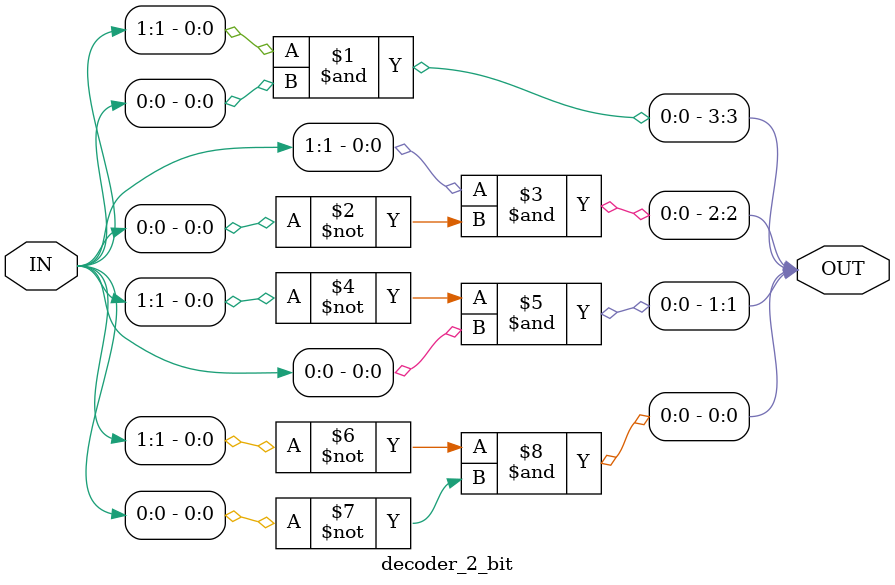
<source format=v>
`timescale 1ns/1ps

module TopLevel;
  reg [1:0] IN;
  wire [3:0] OUT;
  decoder_2_bit decoder(IN,OUT);
  
  initial begin
    IN = 2'b00; #50
    $display("IN = %b, OUT = %b \n",IN,OUT);
    IN = 2'b01; #50
    $display("IN = %b, OUT = %b \n",IN,OUT);
    IN = 2'b10; #50
    $display("IN = %b, OUT = %b \n",IN,OUT);
    IN = 2'b11; #50
    $finish;
  end
endmodule

module decoder_2_bit(IN,OUT);
  input [1:0] IN;
  output [3:0] OUT; wire [3:0] OUT;
  
  assign OUT[3] = IN[1] & IN[0];
  assign OUT[2] = IN[1] & ~IN[0];
  assign OUT[1] = ~IN[1] & IN[0];
  assign OUT[0] = ~IN[1] & ~IN[0];
endmodule

</source>
